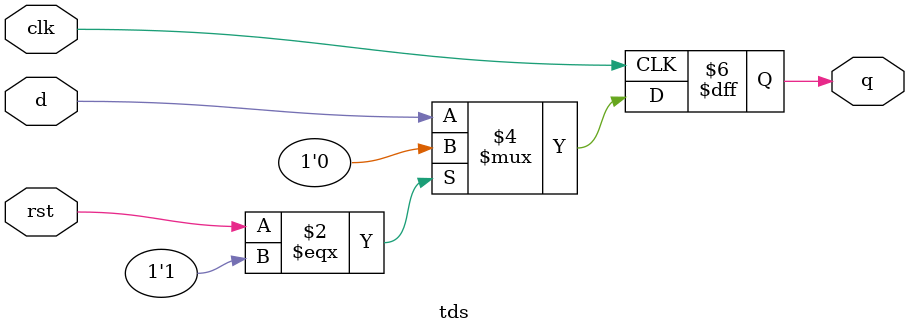
<source format=v>
/*
 * timedelay:
 * This module implements a 5, 25, 50, 75, 100, and 125 ns time delay
 */
module timedelay(
		 in,
		 clk,
		 rst,
		 t5,
		 t25,
		 t50,
		 t75,
		 t100,
		 t125
		 );

   input in, clk, rst;
   output t5, t25, t50, t75, t100, t125;

   // Connection Wires
   wire   t5,t10,t15,t20,t25,t30,t35,t40,t45,t50,t55,t60,t65,t70,t75,t80;
   wire   t85,t90,t95,t100,t105,t110,t115,t120,t125;

   // Time Delay Slices
   tds td5(in,t5,clk,rst);
   tds td10(t5,t10,clk,rst);
   tds td15(t10,t15,clk,rst);
   tds td20(t15,t20,clk,rst);
   tds td25(t20,t25,clk,rst);
   tds td30(t25,t30,clk,rst);
   tds td35(t30,t35,clk,rst);
   tds td40(t35,t40,clk,rst);
   tds td45(t40,t45,clk,rst);
   tds td50(t45,t50,clk,rst);
   tds td55(t50,t55,clk,rst);
   tds td60(t55,t60,clk,rst);
   tds td65(t60,t65,clk,rst);
   tds td70(t65,t70,clk,rst);
   tds td75(t70,t75,clk,rst);
   tds td80(t75,t80,clk,rst);
   tds td85(t80,t85,clk,rst);
   tds td90(t85,t90,clk,rst);
   tds td95(t90,t95,clk,rst);
   tds td100(t95,t100,clk,rst);
   tds td105(t100,t105,clk,rst);
   tds td110(t105,t110,clk,rst);
   tds td115(t110,t115,clk,rst);
   tds td120(t115,t120,clk,rst);
   tds td125(t120,t125,clk,rst);
   
endmodule // timedelay

/*
 * tds:
 * This module is a time delay slice
 */
module tds(d,q,clk,rst);
   input d,clk,rst;
   output q;

   reg 	  q;

   always @(posedge clk) begin
      if(rst === 1'b1) begin
	 q <= 1'b0;
      end
      else begin
	 q <= d;
      end
   end
   
endmodule // tds

</source>
